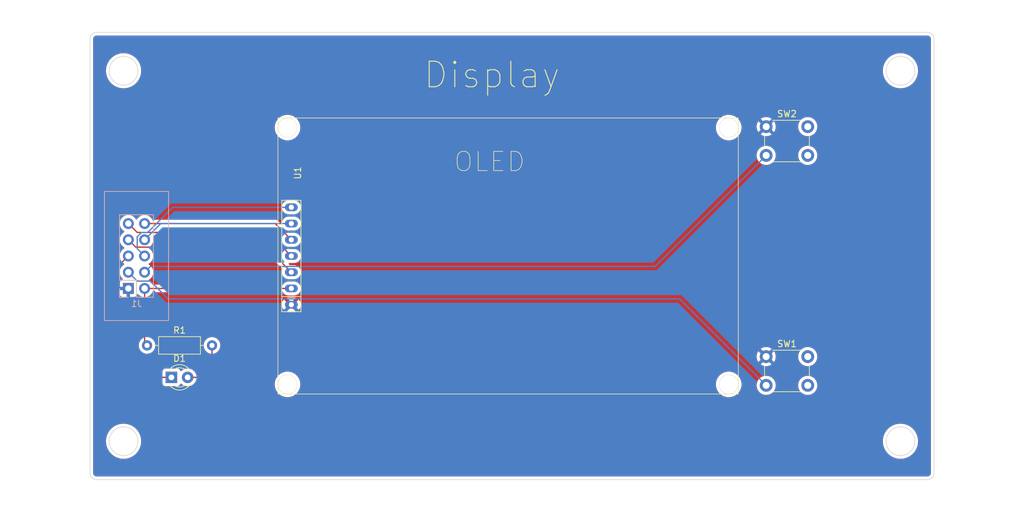
<source format=kicad_pcb>
(kicad_pcb (version 20241229) (generator "pcbnew") (generator_version "9.0")
  (layers (0 "F.Cu" signal) (2 "B.Cu" signal) (13 "F.Paste" user) (15 "B.Paste" user) (5 "F.SilkS" user "F.Silkscreen") (7 "B.SilkS" user "B.Silkscreen") (1 "F.Mask" user) (3 "B.Mask" user) (25 "Edge.Cuts" user))
  (net 0 "")
  (net 1 "GND")
  (net 2 "Net-(D1-A)")
  (net 3 "CS")
  (net 4 "DC")
  (net 5 "STATE")
  (net 6 "Reset")
  (net 7 "RST")
  (net 8 "SDA")
  (net 9 "VCC")
  (net 10 "SCL")
  (net 11 "MODE")
  (footprint "My Library:OLED 128x64 SPI" (layer "F.Cu") (at 114.99 93)
    (property "Reference" "U1" (at -0.5 -13 90) (layer "F.SilkS"))
    (property "Value" "~")
    (fp_line (start -3 -8.72) (end 0 -8.72) (stroke (width 0.12)) (layer "F.SilkS"))
    (fp_line (start -3 6.35) (end 0 6.35) (stroke (width 0.12)) (layer "F.SilkS"))
    (fp_line (start -3 8.72) (end -3 -8.72) (stroke (width 0.12)) (layer "F.SilkS"))
    (fp_line (start 0 -8.72) (end 0 8.72) (stroke (width 0.12)) (layer "F.SilkS"))
    (fp_line (start 0 8.72) (end -3 8.72) (stroke (width 0.12)) (layer "F.SilkS"))
    (fp_rect (start -3.6 -21.6) (end 68.4 21.6) (stroke (width 0.1)) (fill no) (layer "F.SilkS"))
    (fp_circle (center -2.1 -20.1) (end -0.6 -20.2) (stroke (width 0.05)) (fill no) (layer "Edge.Cuts"))
    (fp_circle (center -2.1 20.1) (end -0.6 20) (stroke (width 0.05)) (fill no) (layer "Edge.Cuts"))
    (fp_circle (center 66.9 -20.10333) (end 68.4 -20.20333) (stroke (width 0.05)) (fill no) (layer "Edge.Cuts"))
    (fp_circle (center 66.9 20.10333) (end 68.4 20.00333) (stroke (width 0.05)) (fill no) (layer "Edge.Cuts"))
    (fp_text user "OLED " (at 23.8 -13 0) (layer "F.SilkS") (effects (font (size 3 3) (thickness 0.1)) (justify left bottom)))
    (pad "1" thru_hole oval (at -1.5 7.62 90) (size 1.2 2) (drill 0.8) (layers "*.Cu" "*.Mask") (net 1 "GND"))
    (pad "2" thru_hole oval (at -1.5 5.08 90) (size 1.2 2) (drill 0.8) (layers "*.Cu" "*.Mask") (net 9 "VCC"))
    (pad "3" thru_hole oval (at -1.5 2.54 90) (size 1.2 2) (drill 0.8) (layers "*.Cu" "*.Mask") (net 10 "SCL"))
    (pad "4" thru_hole oval (at -1.5 0 90) (size 1.2 2) (drill 0.8) (layers "*.Cu" "*.Mask") (net 8 "SDA"))
    (pad "5" thru_hole oval (at -1.5 -2.54 90) (size 1.2 2) (drill 0.8) (layers "*.Cu" "*.Mask") (net 7 "RST"))
    (pad "6" thru_hole oval (at -1.5 -5.08 90) (size 1.2 2) (drill 0.8) (layers "*.Cu" "*.Mask") (net 4 "DC"))
    (pad "7" thru_hole oval (at -1.5 -7.62 90) (size 1.2 2) (drill 0.8) (layers "*.Cu" "*.Mask") (net 3 "CS"))
  )
  (footprint "LED_THT:LED_D3.0mm_Clear" (layer "F.Cu") (at 94.73 112)
    (property "Reference" "D1" (at 1.27 -2.96 0) (layer "F.SilkS"))
    (property "Value" "LED")
    (fp_line (start -0.29 -1.236) (end -0.29 -1.08) (stroke (width 0.12)) (layer "F.SilkS"))
    (fp_line (start -0.29 1.08) (end -0.29 1.236) (stroke (width 0.12)) (layer "F.SilkS"))
    (fp_arc (start -0.29 -1.235516) (mid 1.365624 -1.987701) (end 2.941397 -1.080061) (stroke (width 0.12)) (layer "F.SilkS"))
    (fp_arc (start 0.229039 -1.08) (mid 1.269964 -1.5) (end 2.31091 -1.080049) (stroke (width 0.12)) (layer "F.SilkS"))
    (fp_arc (start 2.31091 1.080049) (mid 1.269964 1.5) (end 0.229039 1.08) (stroke (width 0.12)) (layer "F.SilkS"))
    (fp_arc (start 2.941397 1.080061) (mid 1.365624 1.987701) (end -0.29 1.235516) (stroke (width 0.12)) (layer "F.SilkS"))
    (pad "1" thru_hole rect (at 0 0) (size 1.8 1.8) (drill 0.9) (layers "*.Cu" "*.Mask") (net 5 "STATE"))
    (pad "2" thru_hole circle (at 2.54 0) (size 1.8 1.8) (drill 0.9) (layers "*.Cu" "*.Mask") (net 2 "Net-(D1-A)"))
  )
  (footprint "My Library:SW_PUSH_6mm_H4.3mm" (layer "F.Cu") (at 187.75 72.75)
    (property "Reference" "SW2" (at 3.25 -2 0) (layer "F.SilkS"))
    (property "Value" "SW_Push_Dual")
    (fp_line (start -0.25 1.5) (end -0.25 3) (stroke (width 0.12)) (layer "F.SilkS"))
    (fp_line (start 1 5.5) (end 5.5 5.5) (stroke (width 0.12)) (layer "F.SilkS"))
    (fp_line (start 5.5 -1) (end 1 -1) (stroke (width 0.12)) (layer "F.SilkS"))
    (fp_line (start 6.75 3) (end 6.75 1.5) (stroke (width 0.12)) (layer "F.SilkS"))
    (pad "1" thru_hole circle (at 0 0 90) (size 2 2) (drill 1.1) (layers "*.Cu" "*.Mask") (net 1 "GND"))
    (pad "2" thru_hole circle (at 0 4.5 90) (size 2 2) (drill 1.1) (layers "*.Cu" "*.Mask") (net 6 "Reset"))
    (pad "3" thru_hole circle (at 6.5 0 90) (size 2 2) (drill 1.1) (layers "*.Cu" "*.Mask"))
    (pad "4" thru_hole circle (at 6.5 4.5 90) (size 2 2) (drill 1.1) (layers "*.Cu" "*.Mask"))
  )
  (footprint "My Library:SW_PUSH_6mm_H4.3mm" (layer "F.Cu") (at 187.75 108.75)
    (property "Reference" "SW1" (at 3.25 -2 0) (layer "F.SilkS"))
    (property "Value" "SW_Push_Dual")
    (fp_line (start -0.25 1.5) (end -0.25 3) (stroke (width 0.12)) (layer "F.SilkS"))
    (fp_line (start 1 5.5) (end 5.5 5.5) (stroke (width 0.12)) (layer "F.SilkS"))
    (fp_line (start 5.5 -1) (end 1 -1) (stroke (width 0.12)) (layer "F.SilkS"))
    (fp_line (start 6.75 3) (end 6.75 1.5) (stroke (width 0.12)) (layer "F.SilkS"))
    (pad "1" thru_hole circle (at 0 0 90) (size 2 2) (drill 1.1) (layers "*.Cu" "*.Mask") (net 1 "GND"))
    (pad "2" thru_hole circle (at 0 4.5 90) (size 2 2) (drill 1.1) (layers "*.Cu" "*.Mask") (net 11 "MODE"))
    (pad "3" thru_hole circle (at 6.5 0 90) (size 2 2) (drill 1.1) (layers "*.Cu" "*.Mask"))
    (pad "4" thru_hole circle (at 6.5 4.5 90) (size 2 2) (drill 1.1) (layers "*.Cu" "*.Mask"))
  )
  (footprint "Resistor_THT:R_Axial_DIN0207_L6.3mm_D2.5mm_P10.16mm_Horizontal" (layer "F.Cu") (at 90.92 107)
    (property "Reference" "R1" (at 5.08 -2.37 0) (layer "F.SilkS"))
    (property "Value" "390")
    (fp_line (start 1.04 0) (end 1.81 0) (stroke (width 0.12)) (layer "F.SilkS"))
    (fp_line (start 1.81 -1.37) (end 1.81 1.37) (stroke (width 0.12)) (layer "F.SilkS"))
    (fp_line (start 1.81 1.37) (end 8.35 1.37) (stroke (width 0.12)) (layer "F.SilkS"))
    (fp_line (start 8.35 -1.37) (end 1.81 -1.37) (stroke (width 0.12)) (layer "F.SilkS"))
    (fp_line (start 8.35 1.37) (end 8.35 -1.37) (stroke (width 0.12)) (layer "F.SilkS"))
    (fp_line (start 9.12 0) (end 8.35 0) (stroke (width 0.12)) (layer "F.SilkS"))
    (pad "1" thru_hole circle (at 0 0) (size 1.6 1.6) (drill 0.8) (layers "*.Cu" "*.Mask") (net 9 "VCC"))
    (pad "2" thru_hole oval (at 10.16 0) (size 1.6 1.6) (drill 0.8) (layers "*.Cu" "*.Mask") (net 2 "Net-(D1-A)"))
  )
  (footprint "My Library:WSL 10G" (layer "B.Cu") (at 88 98.08)
    (property "Reference" "J1" (at 1.27 2.38 180) (layer "B.SilkS") (effects (justify mirror)))
    (property "Value" "D_Connector")
    (fp_line (start -1.38 -11.54) (end 3.92 -11.54) (stroke (width 0.12)) (layer "B.SilkS"))
    (fp_line (start -1.38 -1.27) (end -1.38 -11.54) (stroke (width 0.12)) (layer "B.SilkS"))
    (fp_line (start -1.38 -1.27) (end 1.27 -1.27) (stroke (width 0.12)) (layer "B.SilkS"))
    (fp_line (start -1.38 0) (end -1.38 1.38) (stroke (width 0.12)) (layer "B.SilkS"))
    (fp_line (start -1.38 1.397) (end 0 1.397) (stroke (width 0.12)) (layer "B.SilkS"))
    (fp_line (start 1.27 -1.27) (end 1.27 1.38) (stroke (width 0.12)) (layer "B.SilkS"))
    (fp_line (start 1.27 1.38) (end 3.92 1.38) (stroke (width 0.12)) (layer "B.SilkS"))
    (fp_line (start 3.92 1.38) (end 3.92 -11.54) (stroke (width 0.12)) (layer "B.SilkS"))
    (fp_rect (start -3.7465 5.0165) (end 6.2865 -15.1765) (stroke (width 0.12)) (fill no) (layer "B.SilkS"))
    (pad "1" thru_hole rect (at 0 0) (size 1.7 1.7) (drill 1) (layers "*.Cu" "*.Mask") (net 1 "GND"))
    (pad "2" thru_hole circle (at 2.54 0) (size 1.7 1.7) (drill 1) (layers "*.Cu" "*.Mask") (net 9 "VCC"))
    (pad "3" thru_hole circle (at 0 -2.54) (size 1.7 1.7) (drill 1) (layers "*.Cu" "*.Mask") (net 11 "MODE"))
    (pad "4" thru_hole circle (at 2.54 -2.54) (size 1.7 1.7) (drill 1) (layers "*.Cu" "*.Mask") (net 6 "Reset"))
    (pad "5" thru_hole circle (at 0 -5.08) (size 1.7 1.7) (drill 1) (layers "*.Cu" "*.Mask") (net 5 "STATE"))
    (pad "6" thru_hole circle (at 2.54 -5.08) (size 1.7 1.7) (drill 1) (layers "*.Cu" "*.Mask") (net 3 "CS"))
    (pad "7" thru_hole circle (at 0 -7.62) (size 1.7 1.7) (drill 1) (layers "*.Cu" "*.Mask") (net 10 "SCL"))
    (pad "8" thru_hole circle (at 2.54 -7.62) (size 1.7 1.7) (drill 1) (layers "*.Cu" "*.Mask") (net 4 "DC"))
    (pad "9" thru_hole circle (at 0 -10.16) (size 1.7 1.7) (drill 1) (layers "*.Cu" "*.Mask") (net 8 "SDA"))
    (pad "10" thru_hole circle (at 2.54 -10.16) (size 1.7 1.7) (drill 1) (layers "*.Cu" "*.Mask") (net 7 "RST"))
  )
  (gr_line (start 82 127) (end 82 59) (stroke (width 0.1)) (layer "Edge.Cuts"))
  (gr_arc (start 212.999999 58.000001) (mid 213.707106 58.292894) (end 213.999999 59.000001) (stroke (width 0.1)) (layer "Edge.Cuts"))
  (gr_circle (center 208.75 122) (end 211 122.01) (stroke (width 0.1)) (fill no) (layer "Edge.Cuts"))
  (gr_circle (center 87.25 64) (end 89.5 64.01) (stroke (width 0.1)) (fill no) (layer "Edge.Cuts"))
  (gr_line (start 213.999999 59.000001) (end 214 127) (stroke (width 0.1)) (layer "Edge.Cuts"))
  (gr_arc (start 214 127) (mid 213.707107 127.707107) (end 213 128) (stroke (width 0.1)) (layer "Edge.Cuts"))
  (gr_circle (center 208.75 64) (end 211 64.01) (stroke (width 0.1)) (fill no) (layer "Edge.Cuts"))
  (gr_circle (center 87.25 122) (end 89.5 122.01) (stroke (width 0.1)) (fill no) (layer "Edge.Cuts"))
  (gr_line (start 213 128) (end 83 128) (stroke (width 0.1)) (layer "Edge.Cuts"))
  (gr_line (start 83 58) (end 212.999999 58.000002) (stroke (width 0.1)) (layer "Edge.Cuts"))
  (gr_arc (start 82 59) (mid 82.292893 58.292893) (end 83 58) (stroke (width 0.1)) (layer "Edge.Cuts"))
  (gr_arc (start 83 128) (mid 82.292893 127.707107) (end 82 127) (stroke (width 0.1)) (layer "Edge.Cuts"))
  (gr_text "Display" (at 134 67 0) (layer "F.SilkS") (effects (font (size 4 4)) (justify left bottom)))
  (segment (start 101.08 107) (end 101.08 110.92) (width 0.2) (layer "F.Cu") (net 2))
  (segment (start 101.08 110.92) (end 100 112) (width 0.2) (layer "F.Cu") (net 2))
  (segment (start 100 112) (end 97.27 112) (width 0.2) (layer "F.Cu") (net 2))
  (segment (start 91.01676 89.309) (end 94.94576 85.38) (width 0.2) (layer "B.Cu") (net 3))
  (segment (start 94.94576 85.38) (end 113.49 85.38) (width 0.2) (layer "B.Cu") (net 3))
  (segment (start 89.389 91.849) (end 89.389 89.98324) (width 0.2) (layer "B.Cu") (net 3))
  (segment (start 89.389 89.98324) (end 90.06324 89.309) (width 0.2) (layer "B.Cu") (net 3))
  (segment (start 90.54 93) (end 89.389 91.849) (width 0.2) (layer "B.Cu") (net 3))
  (segment (start 90.06324 89.309) (end 91.01676 89.309) (width 0.2) (layer "B.Cu") (net 3))
  (segment (start 113.49 87.92) (end 93.08 87.92) (width 0.2) (layer "B.Cu") (net 4))
  (segment (start 93.08 87.92) (end 90.54 90.46) (width 0.2) (layer "B.Cu") (net 4))
  (segment (start 85.5 109) (end 88.5 112) (width 0.2) (layer "F.Cu") (net 5))
  (segment (start 88 93) (end 85.5 95.5) (width 0.2) (layer "F.Cu") (net 5))
  (segment (start 88.5 112) (end 94.73 112) (width 0.2) (layer "F.Cu") (net 5))
  (segment (start 85.5 95.5) (end 85.5 109) (width 0.2) (layer "F.Cu") (net 5))
  (segment (start 187.75 77.25) (end 170.361 94.639) (width 0.2) (layer "B.Cu") (net 6))
  (segment (start 91.441 94.639) (end 90.54 95.54) (width 0.2) (layer "B.Cu") (net 6))
  (segment (start 170.361 94.639) (end 91.441 94.639) (width 0.2) (layer "B.Cu") (net 6))
  (segment (start 110.95 87.92) (end 90.54 87.92) (width 0.2) (layer "F.Cu") (net 7))
  (segment (start 113.49 90.46) (end 110.95 87.92) (width 0.2) (layer "F.Cu") (net 7))
  (segment (start 89.389 89.309) (end 109.799 89.309) (width 0.2) (layer "F.Cu") (net 8))
  (segment (start 88 87.92) (end 89.389 89.309) (width 0.2) (layer "F.Cu") (net 8))
  (segment (start 109.799 89.309) (end 113.49 93) (width 0.2) (layer "F.Cu") (net 8))
  (segment (start 90.54 106.62) (end 90.92 107) (width 0.2) (layer "F.Cu") (net 9))
  (segment (start 113.49 98.08) (end 90.54 98.08) (width 0.2) (layer "F.Cu") (net 9))
  (segment (start 90.54 98.08) (end 90.54 106.62) (width 0.2) (layer "F.Cu") (net 9))
  (segment (start 109.561 91.611) (end 109 91.611) (width 0.2) (layer "F.Cu") (net 10))
  (segment (start 89.151 91.611) (end 88 90.46) (width 0.2) (layer "F.Cu") (net 10))
  (segment (start 113.49 95.54) (end 109.561 91.611) (width 0.2) (layer "F.Cu") (net 10))
  (segment (start 89.151 91.611) (end 109 91.611) (width 0.2) (layer "F.Cu") (net 10))
  (segment (start 89.389 96.929) (end 88 95.54) (width 0.2) (layer "B.Cu") (net 11))
  (segment (start 91.429 96.929) (end 89.389 96.929) (width 0.2) (layer "B.Cu") (net 11))
  (segment (start 187.75 113.25) (end 174.219 99.719) (width 0.2) (layer "B.Cu") (net 11))
  (segment (start 94.219 99.719) (end 91.429 96.929) (width 0.2) (layer "B.Cu") (net 11))
  (segment (start 174.219 99.719) (end 94.219 99.719) (width 0.2) (layer "B.Cu") (net 11))
  (zone (net 1) (net_name "GND") (layers "F.Cu" "B.Cu") (priority 1) (connect_pads (clearance 0.5)) (min_thickness 0.25) (fill yes (thermal_gap 0.5) (thermal_bridge_width 0.5))
    (polygon (pts (xy 82 58) (xy 214 58) (xy 214 128) (xy 82 128)))
  )
)
</source>
